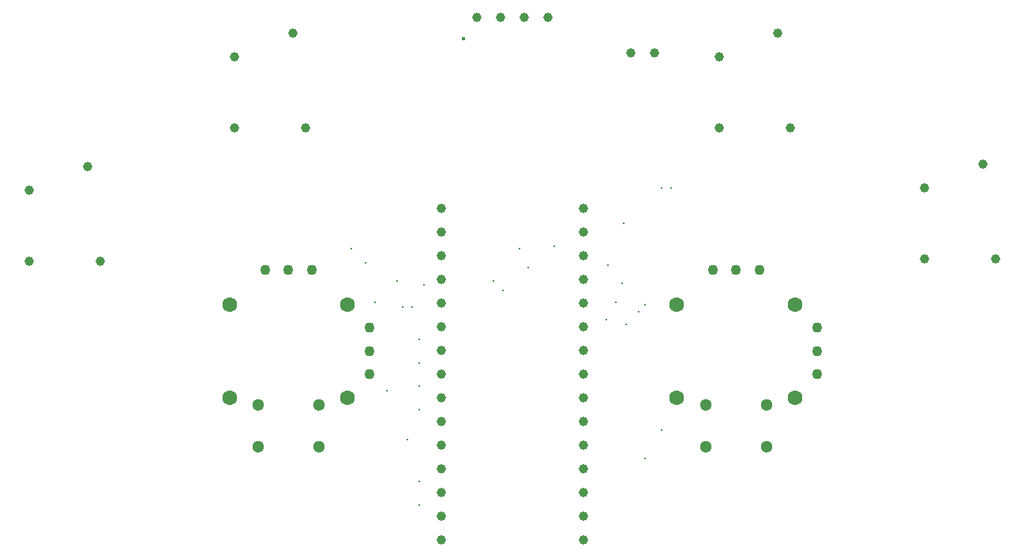
<source format=gbr>
%TF.GenerationSoftware,KiCad,Pcbnew,(6.0.9)*%
%TF.CreationDate,2023-07-24T19:50:05+10:00*%
%TF.ProjectId,Joysticks2.1,4a6f7973-7469-4636-9b73-322e312e6b69,rev?*%
%TF.SameCoordinates,PX3d09000PY568bc30*%
%TF.FileFunction,Plated,1,2,PTH,Drill*%
%TF.FilePolarity,Positive*%
%FSLAX46Y46*%
G04 Gerber Fmt 4.6, Leading zero omitted, Abs format (unit mm)*
G04 Created by KiCad (PCBNEW (6.0.9)) date 2023-07-24 19:50:05*
%MOMM*%
%LPD*%
G01*
G04 APERTURE LIST*
%TA.AperFunction,ViaDrill*%
%ADD10C,0.300000*%
%TD*%
%TA.AperFunction,ViaDrill*%
%ADD11C,0.400000*%
%TD*%
%TA.AperFunction,ComponentDrill*%
%ADD12C,1.000000*%
%TD*%
%TA.AperFunction,ComponentDrill*%
%ADD13C,1.100000*%
%TD*%
%TA.AperFunction,ComponentDrill*%
%ADD14C,1.300000*%
%TD*%
%TA.AperFunction,ComponentDrill*%
%ADD15C,1.600000*%
%TD*%
G04 APERTURE END LIST*
D10*
X18750000Y-7250000D03*
X20250000Y-8750000D03*
X21250000Y-13000000D03*
X22525500Y-22500000D03*
X23683411Y-10683411D03*
X24242915Y-13500000D03*
X24750000Y-27750000D03*
X25250000Y-13500000D03*
X26000000Y-17000000D03*
X26000000Y-19500000D03*
X26000000Y-22000000D03*
X26000000Y-24500000D03*
X26000000Y-32250000D03*
X26000000Y-34750000D03*
X26500000Y-11125500D03*
X34000000Y-10750000D03*
X35000000Y-11750000D03*
X36750000Y-7250000D03*
X37750000Y-9250000D03*
X40500000Y-7000000D03*
X46138411Y-14888411D03*
X46250000Y-9000000D03*
X47125500Y-13000000D03*
X47750000Y-11000000D03*
X48000000Y-4500000D03*
X48250000Y-15374500D03*
X49533118Y-14033118D03*
X50250000Y-13250000D03*
X50250000Y-29750000D03*
X52000000Y-750000D03*
X52000000Y-26750000D03*
X53000000Y-750000D03*
D11*
X30750000Y15250000D03*
D12*
%TO.C,U3*%
X-15810000Y-960000D03*
X-15810000Y-8580000D03*
X-9490000Y1580000D03*
X-8190000Y-8580000D03*
%TO.C,U5*%
X6190000Y13290000D03*
X6190000Y5670000D03*
X12510000Y15830000D03*
X13810000Y5670000D03*
%TO.C,A1*%
X28390000Y-2950000D03*
X28390000Y-5490000D03*
X28390000Y-8030000D03*
X28390000Y-10570000D03*
X28390000Y-13110000D03*
X28390000Y-15650000D03*
X28390000Y-18190000D03*
X28390000Y-20730000D03*
X28390000Y-23270000D03*
X28390000Y-25810000D03*
X28390000Y-28350000D03*
X28390000Y-30890000D03*
X28390000Y-33430000D03*
X28390000Y-35970000D03*
X28390000Y-38510000D03*
%TO.C,J4*%
X32200000Y17525000D03*
X34740000Y17525000D03*
X37280000Y17525000D03*
X39820000Y17525000D03*
%TO.C,A1*%
X43630000Y-2950000D03*
X43630000Y-5490000D03*
X43630000Y-8030000D03*
X43630000Y-10570000D03*
X43630000Y-13110000D03*
X43630000Y-15650000D03*
X43630000Y-18190000D03*
X43630000Y-20730000D03*
X43630000Y-23270000D03*
X43630000Y-25810000D03*
X43630000Y-28350000D03*
X43630000Y-30890000D03*
X43630000Y-33430000D03*
X43630000Y-35970000D03*
X43630000Y-38510000D03*
%TO.C,J1*%
X48750000Y13750000D03*
X51290000Y13750000D03*
%TO.C,U2*%
X58190000Y13290000D03*
X58190000Y5670000D03*
X64510000Y15830000D03*
X65810000Y5670000D03*
%TO.C,U4*%
X80190000Y-710000D03*
X80190000Y-8330000D03*
X86510000Y1830000D03*
X87810000Y-8330000D03*
D13*
%TO.C,U1*%
X9500000Y-9520000D03*
X12000000Y-9520000D03*
X14500000Y-9520000D03*
X20730000Y-15750000D03*
X20730000Y-18250000D03*
X20730000Y-20750000D03*
%TO.C,U11*%
X57500000Y-9520000D03*
X60000000Y-9520000D03*
X62500000Y-9520000D03*
X68730000Y-15750000D03*
X68730000Y-18250000D03*
X68730000Y-20750000D03*
D14*
%TO.C,U1*%
X8750000Y-24000000D03*
X8750000Y-28500000D03*
X15250000Y-24000000D03*
X15250000Y-28500000D03*
%TO.C,U11*%
X56750000Y-24000000D03*
X56750000Y-28500000D03*
X63250000Y-24000000D03*
X63250000Y-28500000D03*
D15*
%TO.C,U1*%
X5675000Y-13250000D03*
X5675000Y-23250000D03*
X18325000Y-13250000D03*
X18325000Y-23250000D03*
%TO.C,U11*%
X53675000Y-13250000D03*
X53675000Y-23250000D03*
X66325000Y-13250000D03*
X66325000Y-23250000D03*
M02*

</source>
